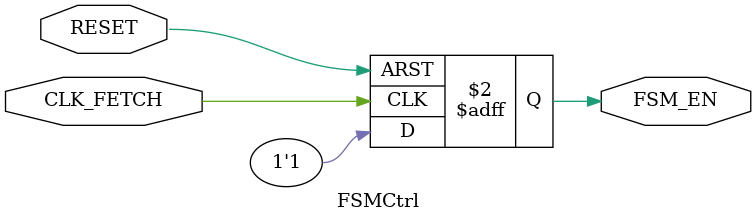
<source format=v>
`timescale 1ns / 100ps
module FSMCtrl(
    input CLK_FETCH,
    input RESET,
    output reg FSM_EN
    );
	
	always @(posedge CLK_FETCH or posedge RESET)
		if (RESET)
			FSM_EN <= 1'b0;
		else
			FSM_EN <= 1'b1;

endmodule

</source>
